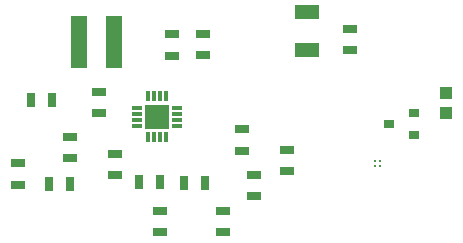
<source format=gtp>
G75*
%MOIN*%
%OFA0B0*%
%FSLAX25Y25*%
%IPPOS*%
%LPD*%
%AMOC8*
5,1,8,0,0,1.08239X$1,22.5*
%
%ADD10R,0.03150X0.04724*%
%ADD11R,0.04724X0.03150*%
%ADD12R,0.07874X0.04724*%
%ADD13R,0.03937X0.04331*%
%ADD14C,0.00800*%
%ADD15R,0.05700X0.17500*%
%ADD16R,0.03200X0.01200*%
%ADD17R,0.01200X0.03200*%
%ADD18R,0.08000X0.08000*%
%ADD19R,0.03543X0.03150*%
D10*
X0060737Y0071152D03*
X0067823Y0071152D03*
X0090787Y0071912D03*
X0097873Y0071912D03*
X0105887Y0071712D03*
X0112973Y0071712D03*
X0061981Y0099255D03*
X0054894Y0099255D03*
D11*
X0097980Y0055119D03*
X0097980Y0062205D03*
X0083050Y0074219D03*
X0083050Y0081305D03*
X0067900Y0079949D03*
X0067900Y0087035D03*
X0077587Y0094825D03*
X0077587Y0101912D03*
X0101800Y0114069D03*
X0112130Y0114169D03*
X0112130Y0121255D03*
X0101800Y0121155D03*
X0125310Y0089515D03*
X0125310Y0082429D03*
X0129240Y0074285D03*
X0140180Y0075669D03*
X0140180Y0082755D03*
X0129240Y0067199D03*
X0118870Y0062395D03*
X0118870Y0055309D03*
X0050600Y0071099D03*
X0050600Y0078185D03*
X0161370Y0115949D03*
X0161370Y0123035D03*
D12*
X0146890Y0128511D03*
X0146890Y0115913D03*
D13*
X0193340Y0101668D03*
X0193340Y0094975D03*
D14*
X0171170Y0079022D03*
X0169570Y0079022D03*
X0169570Y0077422D03*
X0171170Y0077422D03*
D15*
X0082633Y0118762D03*
X0071017Y0118762D03*
D16*
X0090100Y0096762D03*
X0090100Y0094762D03*
X0090100Y0092762D03*
X0090100Y0090762D03*
X0103500Y0090762D03*
X0103500Y0092762D03*
X0103500Y0094762D03*
X0103500Y0096762D03*
D17*
X0099800Y0100462D03*
X0097800Y0100462D03*
X0095800Y0100462D03*
X0093800Y0100462D03*
X0093800Y0087062D03*
X0095800Y0087062D03*
X0097800Y0087062D03*
X0099800Y0087062D03*
D18*
X0096800Y0093762D03*
D19*
X0174269Y0091332D03*
X0182537Y0095072D03*
X0182537Y0087592D03*
M02*

</source>
